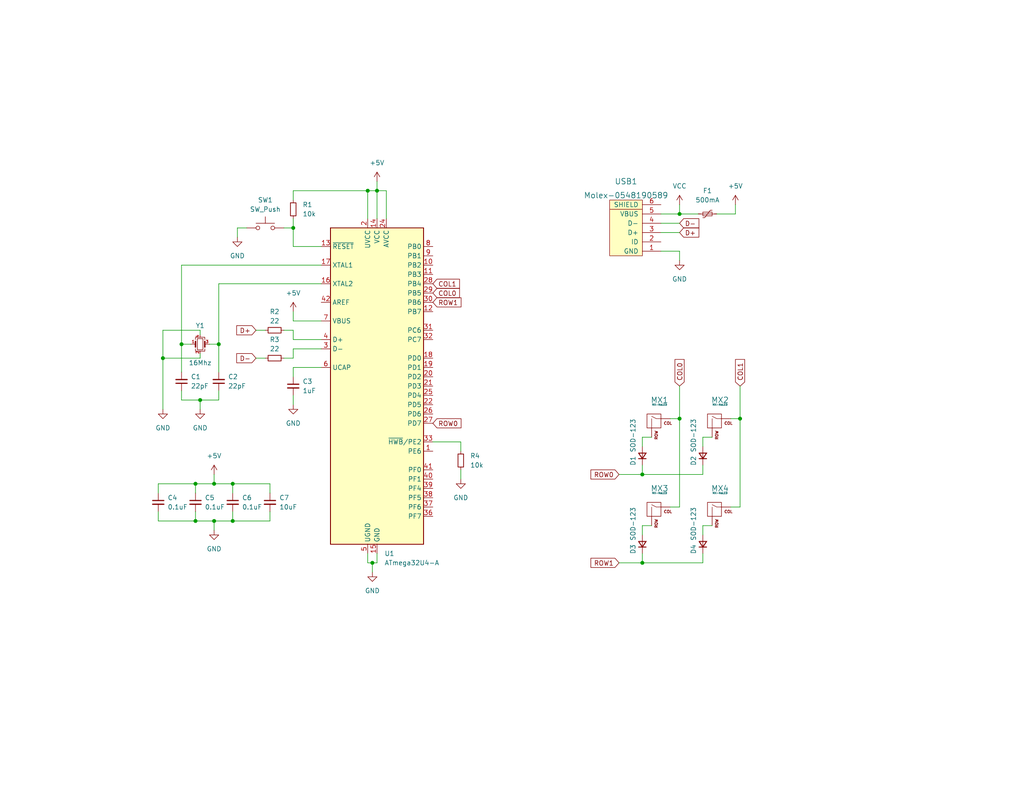
<source format=kicad_sch>
(kicad_sch (version 20211123) (generator eeschema)
  (paper "USLetter")
  (title_block (title "ai03 PCB Design Guide Project") (date "2022-12-17") (rev "A") (company "Jeffrey Florek"))
  (lib_symbols
    (symbol "Device:C_Small" (pin_numbers hide) (pin_names (offset 0.254) hide)
      (property "Reference" "C" (at 0.254 1.778 0))
      (property "Value" "C_Small" (at 0.254 -2.032 0))
      (symbol "C_Small_0_1"
        (polyline (pts (xy -1.524 -0.508) (xy 1.524 -0.508)) (stroke (width 0.3302)))
        (polyline (pts (xy -1.524 0.508) (xy 1.524 0.508)) (stroke (width 0.3048)))
      )
      (symbol "C_Small_1_1"
        (pin passive line (at 0 2.54 270) (length 2.032) (name "~") (number "1"))
        (pin passive line (at 0 -2.54 90) (length 2.032) (name "~") (number "2"))
      )
    )
    (symbol "Device:Crystal_GND24_Small" (pin_names (offset 1.016) hide)
      (property "Reference" "Y" (at 1.27 4.445 0))
      (property "Value" "Crystal_GND24_Small" (at 1.27 2.54 0))
      (symbol "Crystal_GND24_Small_0_1"
        (rectangle (start -0.762 -1.524) (end 0.762 1.524))
        (polyline (pts (xy -1.27 -0.762) (xy -1.27 0.762)) (stroke (width 0.381)))
        (polyline (pts (xy 1.27 -0.762) (xy 1.27 0.762)) (stroke (width 0.381)))
        (polyline (pts (xy -1.27 -1.27) (xy -1.27 -1.905) (xy 1.27 -1.905) (xy 1.27 -1.27)))
        (polyline (pts (xy -1.27 1.27) (xy -1.27 1.905) (xy 1.27 1.905) (xy 1.27 1.27)))
      )
      (symbol "Crystal_GND24_Small_1_1"
        (pin passive line (at -2.54 0 0) (length 1.27) (name "1") (number "1"))
        (pin passive line (at 0 -2.54 90) (length 0.635) (name "2") (number "2"))
        (pin passive line (at 2.54 0 180) (length 1.27) (name "3") (number "3"))
        (pin passive line (at 0 2.54 270) (length 0.635) (name "4") (number "4"))
      )
    )
    (symbol "Device:D_Small" (pin_numbers hide) (pin_names (offset 0.254) hide)
      (property "Reference" "D" (at -1.27 2.032 0))
      (property "Value" "D_Small" (at -3.81 -2.032 0))
      (symbol "D_Small_0_1"
        (polyline (pts (xy -0.762 -1.016) (xy -0.762 1.016)) (stroke (width 0.254)))
        (polyline (pts (xy -0.762 0) (xy 0.762 0)))
        (polyline (pts (xy 0.762 -1.016) (xy -0.762 0) (xy 0.762 1.016) (xy 0.762 -1.016)) (stroke (width 0.254)))
      )
      (symbol "D_Small_1_1"
        (pin passive line (at -2.54 0 0) (length 1.778) (name "K") (number "1"))
        (pin passive line (at 2.54 0 180) (length 1.778) (name "A") (number "2"))
      )
    )
    (symbol "Device:Polyfuse_Small" (pin_numbers hide) (pin_names (offset 0))
      (property "Reference" "F" (at -1.905 0 90))
      (property "Value" "Polyfuse_Small" (at 1.905 0 90))
      (symbol "Polyfuse_Small_0_1"
        (rectangle (start -0.508 1.27) (end 0.508 -1.27))
        (polyline (pts (xy 0 2.54) (xy 0 -2.54)))
        (polyline (pts (xy -1.016 1.27) (xy -1.016 0.762) (xy 1.016 -0.762) (xy 1.016 -1.27)))
      )
      (symbol "Polyfuse_Small_1_1"
        (pin passive line (at 0 2.54 270) (length 0.635) (name "~") (number "1"))
        (pin passive line (at 0 -2.54 90) (length 0.635) (name "~") (number "2"))
      )
    )
    (symbol "Device:R_Small" (pin_numbers hide) (pin_names (offset 0.254) hide)
      (property "Reference" "R" (at 0.762 0.508 0))
      (property "Value" "R_Small" (at 0.762 -1.016 0))
      (symbol "R_Small_0_1"
        (rectangle (start -0.762 1.778) (end 0.762 -1.778) (stroke (width 0.2032)))
      )
      (symbol "R_Small_1_1"
        (pin passive line (at 0 2.54 270) (length 0.762) (name "~") (number "1"))
        (pin passive line (at 0 -2.54 90) (length 0.762) (name "~") (number "2"))
      )
    )
    (symbol "MCU_Microchip_ATmega:ATmega32U4-A"
      (property "Reference" "U" (at -12.7 44.45 0))
      (property "Value" "ATmega32U4-A" (at 2.54 -44.45 0))
      (symbol "ATmega32U4-A_0_1"
        (rectangle (start -12.7 -43.18) (end 12.7 43.18) (stroke (width 0.254)) (fill (type background)))
      )
      (symbol "ATmega32U4-A_1_1"
        (pin bidirectional line (at 15.24 -17.78 180) (length 2.54) (name "PE6") (number "1"))
        (pin bidirectional line (at 15.24 33.02 180) (length 2.54) (name "PB2") (number "10"))
        (pin bidirectional line (at 15.24 30.48 180) (length 2.54) (name "PB3") (number "11"))
        (pin bidirectional line (at 15.24 20.32 180) (length 2.54) (name "PB7") (number "12"))
        (pin input line (at -15.24 38.1 0) (length 2.54) (name "~{RESET}") (number "13"))
        (pin power_in line (at 0 45.72 270) (length 2.54) (name "VCC") (number "14"))
        (pin power_in line (at 0 -45.72 90) (length 2.54) (name "GND") (number "15"))
        (pin output line (at -15.24 27.94 0) (length 2.54) (name "XTAL2") (number "16"))
        (pin input line (at -15.24 33.02 0) (length 2.54) (name "XTAL1") (number "17"))
        (pin bidirectional line (at 15.24 7.62 180) (length 2.54) (name "PD0") (number "18"))
        (pin bidirectional line (at 15.24 5.08 180) (length 2.54) (name "PD1") (number "19"))
        (pin power_in line (at -2.54 45.72 270) (length 2.54) (name "UVCC") (number "2"))
        (pin bidirectional line (at 15.24 2.54 180) (length 2.54) (name "PD2") (number "20"))
        (pin bidirectional line (at 15.24 0 180) (length 2.54) (name "PD3") (number "21"))
        (pin bidirectional line (at 15.24 -5.08 180) (length 2.54) (name "PD5") (number "22"))
        (pin passive line (at 0 -45.72 90) (length 2.54) hide (name "GND") (number "23"))
        (pin power_in line (at 2.54 45.72 270) (length 2.54) (name "AVCC") (number "24"))
        (pin bidirectional line (at 15.24 -2.54 180) (length 2.54) (name "PD4") (number "25"))
        (pin bidirectional line (at 15.24 -7.62 180) (length 2.54) (name "PD6") (number "26"))
        (pin bidirectional line (at 15.24 -10.16 180) (length 2.54) (name "PD7") (number "27"))
        (pin bidirectional line (at 15.24 27.94 180) (length 2.54) (name "PB4") (number "28"))
        (pin bidirectional line (at 15.24 25.4 180) (length 2.54) (name "PB5") (number "29"))
        (pin bidirectional line (at -15.24 10.16 0) (length 2.54) (name "D-") (number "3"))
        (pin bidirectional line (at 15.24 22.86 180) (length 2.54) (name "PB6") (number "30"))
        (pin bidirectional line (at 15.24 15.24 180) (length 2.54) (name "PC6") (number "31"))
        (pin bidirectional line (at 15.24 12.7 180) (length 2.54) (name "PC7") (number "32"))
        (pin bidirectional line (at 15.24 -15.24 180) (length 2.54) (name "~{HWB}/PE2") (number "33"))
        (pin passive line (at 0 45.72 270) (length 2.54) hide (name "VCC") (number "34"))
        (pin passive line (at 0 -45.72 90) (length 2.54) hide (name "GND") (number "35"))
        (pin bidirectional line (at 15.24 -35.56 180) (length 2.54) (name "PF7") (number "36"))
        (pin bidirectional line (at 15.24 -33.02 180) (length 2.54) (name "PF6") (number "37"))
        (pin bidirectional line (at 15.24 -30.48 180) (length 2.54) (name "PF5") (number "38"))
        (pin bidirectional line (at 15.24 -27.94 180) (length 2.54) (name "PF4") (number "39"))
        (pin bidirectional line (at -15.24 12.7 0) (length 2.54) (name "D+") (number "4"))
        (pin bidirectional line (at 15.24 -25.4 180) (length 2.54) (name "PF1") (number "40"))
        (pin bidirectional line (at 15.24 -22.86 180) (length 2.54) (name "PF0") (number "41"))
        (pin passive line (at -15.24 22.86 0) (length 2.54) (name "AREF") (number "42"))
        (pin passive line (at 0 -45.72 90) (length 2.54) hide (name "GND") (number "43"))
        (pin passive line (at 2.54 45.72 270) (length 2.54) hide (name "AVCC") (number "44"))
        (pin passive line (at -2.54 -45.72 90) (length 2.54) (name "UGND") (number "5"))
        (pin passive line (at -15.24 5.08 0) (length 2.54) (name "UCAP") (number "6"))
        (pin input line (at -15.24 17.78 0) (length 2.54) (name "VBUS") (number "7"))
        (pin bidirectional line (at 15.24 38.1 180) (length 2.54) (name "PB0") (number "8"))
        (pin bidirectional line (at 15.24 35.56 180) (length 2.54) (name "PB1") (number "9"))
      )
    )
    (symbol "MX_Alps_Hybrid:MX-NoLED" (pin_names (offset 1.016))
      (property "Reference" "MX" (at -0.635 3.81 0))
      (property "Value" "MX-NoLED" (at -0.635 1.27 0))
      (symbol "MX-NoLED_0_0"
        (rectangle (start -2.54 2.54) (end 1.27 -1.27))
        (polyline (pts (xy -1.27 -1.27) (xy -1.27 1.27)) (stroke (width 0.127)))
        (polyline (pts (xy 1.27 1.27) (xy 0 1.27) (xy -1.27 1.905)) (stroke (width 0.127)))
        (text "COL" (at 3.175 0 0) (effects (font (size 0.762 0.762))))
        (text "ROW" (at 0 -1.905 900) (effects (font (size 0.762 0.762)) (justify right)))
      )
      (symbol "MX-NoLED_1_1"
        (pin passive line (at 3.81 1.27 180) (length 2.54) (name "COL") (number "1"))
        (pin passive line (at -1.27 -3.81 90) (length 2.54) (name "ROW") (number "2"))
      )
    )
    (symbol "Switch:SW_Push" (pin_numbers hide) (pin_names (offset 1.016) hide)
      (property "Reference" "SW" (at 1.27 2.54 0))
      (property "Value" "SW_Push" (at 0 -1.524 0))
      (symbol "SW_Push_0_1"
        (circle (center -2.032 0) (radius 0.508))
        (polyline (pts (xy 0 1.27) (xy 0 3.048)))
        (polyline (pts (xy 2.54 1.27) (xy -2.54 1.27)))
        (circle (center 2.032 0) (radius 0.508))
        (pin passive line (at -5.08 0 0) (length 2.54) (name "1") (number "1"))
        (pin passive line (at 5.08 0 180) (length 2.54) (name "2") (number "2"))
      )
    )
    (symbol "power:+5V" (power) (pin_names (offset 0))
      (property "Value" "+5V" (at 0 3.556 0))
      (symbol "+5V_0_1"
        (polyline (pts (xy -0.762 1.27) (xy 0 2.54)))
        (polyline (pts (xy 0 0) (xy 0 2.54)))
        (polyline (pts (xy 0 2.54) (xy 0.762 1.27)))
      )
      (symbol "+5V_1_1"
        (pin power_in line (at 0 0 90) (length 0) hide (name "+5V") (number "1"))
      )
    )
    (symbol "power:GND" (power) (pin_names (offset 0))
      (property "Value" "GND" (at 0 -3.81 0))
      (symbol "GND_0_1"
        (polyline (pts (xy 0 0) (xy 0 -1.27) (xy 1.27 -1.27) (xy 0 -2.54) (xy -1.27 -1.27) (xy 0 -1.27)))
      )
      (symbol "GND_1_1"
        (pin power_in line (at 0 0 270) (length 0) hide (name "GND") (number "1"))
      )
    )
    (symbol "power:VCC" (power) (pin_names (offset 0))
      (property "Value" "VCC" (at 0 3.81 0))
      (symbol "VCC_0_1"
        (polyline (pts (xy -0.762 1.27) (xy 0 2.54)))
        (polyline (pts (xy 0 0) (xy 0 2.54)))
        (polyline (pts (xy 0 2.54) (xy 0.762 1.27)))
      )
      (symbol "VCC_1_1"
        (pin power_in line (at 0 0 90) (length 0) hide (name "VCC") (number "1"))
      )
    )
    (symbol "random-keyboard-parts:Molex-0548190589" (pin_names (offset 1.016))
      (property "Reference" "USB" (at 0 7.62 0))
      (property "Value" "Molex-0548190589" (at 0 10.16 0))
      (symbol "Molex-0548190589_0_0"
        (polyline (pts (xy 6.35 -2.54) (xy 6.35 6.35)))
        (rectangle (start 8.89 -2.54) (end -6.35 6.35) (fill (type background)))
      )
      (symbol "Molex-0548190589_1_1"
        (pin input line (at -5.08 -7.62 90) (length 5.08) (name "GND") (number "1"))
        (pin input line (at -2.54 -7.62 90) (length 5.08) (name "ID") (number "2"))
        (pin input line (at 0 -7.62 90) (length 5.08) (name "D+") (number "3"))
        (pin input line (at 2.54 -7.62 90) (length 5.08) (name "D-") (number "4"))
        (pin input line (at 5.08 -7.62 90) (length 5.08) (name "VBUS") (number "5"))
        (pin input line (at 7.62 -7.62 90) (length 5.08) (name "SHIELD") (number "6"))
      )
    )
  )
  (junction (at 63.5 142.24))
  (junction (at 185.42 114.3))
  (junction (at 54.61 109.22))
  (junction (at 49.53 93.98))
  (junction (at 100.33 52.07))
  (junction (at 63.5 132.08))
  (junction (at 101.6 153.67))
  (junction (at 58.42 142.24))
  (junction (at 53.34 132.08))
  (junction (at 185.42 58.42))
  (junction (at 80.01 62.23))
  (junction (at 175.26 129.54))
  (junction (at 58.42 132.08))
  (junction (at 175.26 153.67))
  (junction (at 53.34 142.24))
  (junction (at 44.45 97.79))
  (junction (at 201.93 114.3))
  (junction (at 102.87 52.07))
  (junction (at 59.69 93.98))
  (wire (pts (xy 43.18 132.08) (xy 43.18 134.62)))
  (wire (pts (xy 175.26 151.13) (xy 175.26 153.67)))
  (wire (pts (xy 175.26 129.54) (xy 191.77 129.54)))
  (wire (pts (xy 180.34 68.58) (xy 185.42 68.58)))
  (wire (pts (xy 54.61 97.79) (xy 44.45 97.79)))
  (wire (pts (xy 168.91 153.67) (xy 175.26 153.67)))
  (wire (pts (xy 73.66 134.62) (xy 73.66 132.08)))
  (wire (pts (xy 102.87 52.07) (xy 102.87 59.69)))
  (wire (pts (xy 201.93 138.43) (xy 201.93 114.3)))
  (wire (pts (xy 53.34 139.7) (xy 53.34 142.24)))
  (wire (pts (xy 67.31 62.23) (xy 64.77 62.23)))
  (wire (pts (xy 200.66 58.42) (xy 200.66 55.88)))
  (wire (pts (xy 58.42 142.24) (xy 58.42 144.78)))
  (wire (pts (xy 69.85 97.79) (xy 72.39 97.79)))
  (wire (pts (xy 63.5 142.24) (xy 73.66 142.24)))
  (wire (pts (xy 177.8 119.38) (xy 175.26 119.38)))
  (wire (pts (xy 100.33 151.13) (xy 100.33 153.67)))
  (wire (pts (xy 100.33 52.07) (xy 102.87 52.07)))
  (wire (pts (xy 105.41 59.69) (xy 105.41 52.07)))
  (wire (pts (xy 102.87 52.07) (xy 105.41 52.07)))
  (wire (pts (xy 125.73 120.65) (xy 118.11 120.65)))
  (wire (pts (xy 185.42 105.41) (xy 185.42 114.3)))
  (wire (pts (xy 185.42 138.43) (xy 185.42 114.3)))
  (wire (pts (xy 125.73 128.27) (xy 125.73 130.81)))
  (wire (pts (xy 199.39 138.43) (xy 201.93 138.43)))
  (wire (pts (xy 54.61 90.17) (xy 44.45 90.17)))
  (wire (pts (xy 49.53 93.98) (xy 52.07 93.98)))
  (wire (pts (xy 87.63 92.71) (xy 80.01 92.71)))
  (wire (pts (xy 69.85 90.17) (xy 72.39 90.17)))
  (wire (pts (xy 175.26 119.38) (xy 175.26 121.92)))
  (wire (pts (xy 177.8 143.51) (xy 175.26 143.51)))
  (wire (pts (xy 49.53 93.98) (xy 49.53 101.6)))
  (wire (pts (xy 191.77 127) (xy 191.77 129.54)))
  (wire (pts (xy 54.61 109.22) (xy 49.53 109.22)))
  (wire (pts (xy 77.47 62.23) (xy 80.01 62.23)))
  (wire (pts (xy 80.01 100.33) (xy 87.63 100.33)))
  (wire (pts (xy 100.33 52.07) (xy 100.33 59.69)))
  (wire (pts (xy 80.01 95.25) (xy 80.01 97.79)))
  (wire (pts (xy 80.01 85.09) (xy 80.01 87.63)))
  (wire (pts (xy 73.66 139.7) (xy 73.66 142.24)))
  (wire (pts (xy 80.01 67.31) (xy 87.63 67.31)))
  (wire (pts (xy 80.01 90.17) (xy 80.01 92.71)))
  (wire (pts (xy 191.77 119.38) (xy 191.77 121.92)))
  (wire (pts (xy 80.01 67.31) (xy 80.01 62.23)))
  (wire (pts (xy 87.63 95.25) (xy 80.01 95.25)))
  (wire (pts (xy 54.61 111.76) (xy 54.61 109.22)))
  (wire (pts (xy 185.42 68.58) (xy 185.42 71.12)))
  (wire (pts (xy 53.34 132.08) (xy 58.42 132.08)))
  (wire (pts (xy 194.31 119.38) (xy 191.77 119.38)))
  (wire (pts (xy 80.01 52.07) (xy 80.01 54.61)))
  (wire (pts (xy 180.34 58.42) (xy 185.42 58.42)))
  (wire (pts (xy 63.5 139.7) (xy 63.5 142.24)))
  (wire (pts (xy 102.87 153.67) (xy 101.6 153.67)))
  (wire (pts (xy 59.69 77.47) (xy 87.63 77.47)))
  (wire (pts (xy 201.93 114.3) (xy 199.39 114.3)))
  (wire (pts (xy 58.42 132.08) (xy 63.5 132.08)))
  (wire (pts (xy 185.42 58.42) (xy 190.5 58.42)))
  (wire (pts (xy 59.69 101.6) (xy 59.69 93.98)))
  (wire (pts (xy 195.58 58.42) (xy 200.66 58.42)))
  (wire (pts (xy 64.77 62.23) (xy 64.77 64.77)))
  (wire (pts (xy 54.61 91.44) (xy 54.61 90.17)))
  (wire (pts (xy 180.34 60.96) (xy 185.42 60.96)))
  (wire (pts (xy 59.69 93.98) (xy 59.69 77.47)))
  (wire (pts (xy 59.69 109.22) (xy 59.69 106.68)))
  (wire (pts (xy 53.34 142.24) (xy 58.42 142.24)))
  (wire (pts (xy 180.34 63.5) (xy 185.42 63.5)))
  (wire (pts (xy 194.31 143.51) (xy 191.77 143.51)))
  (wire (pts (xy 185.42 114.3) (xy 182.88 114.3)))
  (wire (pts (xy 57.15 93.98) (xy 59.69 93.98)))
  (wire (pts (xy 191.77 151.13) (xy 191.77 153.67)))
  (wire (pts (xy 191.77 143.51) (xy 191.77 146.05)))
  (wire (pts (xy 58.42 142.24) (xy 63.5 142.24)))
  (wire (pts (xy 175.26 143.51) (xy 175.26 146.05)))
  (wire (pts (xy 80.01 107.95) (xy 80.01 110.49)))
  (wire (pts (xy 43.18 132.08) (xy 53.34 132.08)))
  (wire (pts (xy 80.01 62.23) (xy 80.01 59.69)))
  (wire (pts (xy 80.01 102.87) (xy 80.01 100.33)))
  (wire (pts (xy 175.26 127) (xy 175.26 129.54)))
  (wire (pts (xy 43.18 142.24) (xy 53.34 142.24)))
  (wire (pts (xy 43.18 139.7) (xy 43.18 142.24)))
  (wire (pts (xy 58.42 129.54) (xy 58.42 132.08)))
  (wire (pts (xy 125.73 123.19) (xy 125.73 120.65)))
  (wire (pts (xy 63.5 134.62) (xy 63.5 132.08)))
  (wire (pts (xy 44.45 97.79) (xy 44.45 111.76)))
  (wire (pts (xy 49.53 72.39) (xy 49.53 93.98)))
  (wire (pts (xy 53.34 134.62) (xy 53.34 132.08)))
  (wire (pts (xy 87.63 87.63) (xy 80.01 87.63)))
  (wire (pts (xy 54.61 96.52) (xy 54.61 97.79)))
  (wire (pts (xy 102.87 49.53) (xy 102.87 52.07)))
  (wire (pts (xy 54.61 109.22) (xy 59.69 109.22)))
  (wire (pts (xy 101.6 153.67) (xy 100.33 153.67)))
  (wire (pts (xy 49.53 109.22) (xy 49.53 106.68)))
  (wire (pts (xy 80.01 97.79) (xy 77.47 97.79)))
  (wire (pts (xy 182.88 138.43) (xy 185.42 138.43)))
  (wire (pts (xy 44.45 90.17) (xy 44.45 97.79)))
  (wire (pts (xy 102.87 151.13) (xy 102.87 153.67)))
  (wire (pts (xy 63.5 132.08) (xy 73.66 132.08)))
  (wire (pts (xy 80.01 90.17) (xy 77.47 90.17)))
  (wire (pts (xy 175.26 153.67) (xy 191.77 153.67)))
  (wire (pts (xy 185.42 58.42) (xy 185.42 55.88)))
  (wire (pts (xy 87.63 72.39) (xy 49.53 72.39)))
  (wire (pts (xy 80.01 52.07) (xy 100.33 52.07)))
  (wire (pts (xy 201.93 105.41) (xy 201.93 114.3)))
  (wire (pts (xy 101.6 153.67) (xy 101.6 156.21)))
  (wire (pts (xy 168.91 129.54) (xy 175.26 129.54)))
  (global_label "D-" (shape input) (at 69.85 97.79 180) (property "Intersheet References" "${INTERSHEET_REFS}" (effects hide)))
  (global_label "COL1" (shape input) (at 118.11 77.47 0) (property "Intersheet References" "${INTERSHEET_REFS}" (effects hide)))
  (global_label "D+" (shape input) (at 185.42 63.5 0) (property "Intersheet References" "${INTERSHEET_REFS}" (effects hide)))
  (global_label "D+" (shape input) (at 69.85 90.17 180) (property "Intersheet References" "${INTERSHEET_REFS}" (effects hide)))
  (global_label "ROW0" (shape input) (at 168.91 129.54 180) (property "Intersheet References" "${INTERSHEET_REFS}" (effects hide)))
  (global_label "COL1" (shape input) (at 201.93 105.41 90) (property "Intersheet References" "${INTERSHEET_REFS}" (effects hide)))
  (global_label "ROW0" (shape input) (at 118.11 115.57 0) (property "Intersheet References" "${INTERSHEET_REFS}" (effects hide)))
  (global_label "COL0" (shape input) (at 118.11 80.01 0) (property "Intersheet References" "${INTERSHEET_REFS}" (effects hide)))
  (global_label "ROW1" (shape input) (at 118.11 82.55 0) (property "Intersheet References" "${INTERSHEET_REFS}" (effects hide)))
  (global_label "D-" (shape input) (at 185.42 60.96 0) (property "Intersheet References" "${INTERSHEET_REFS}" (effects hide)))
  (global_label "COL0" (shape input) (at 185.42 105.41 90) (property "Intersheet References" "${INTERSHEET_REFS}" (effects hide)))
  (global_label "ROW1" (shape input) (at 168.91 153.67 180) (property "Intersheet References" "${INTERSHEET_REFS}" (effects hide)))
  (symbol (lib_id "power:+5V") (at 200.66 55.88 0) (unit 1)
    (property "Reference" "#PWR0107" (effects hide))
    (property "Value" "+5V" (at 200.66 50.8 0))
  )
  (symbol (lib_id "Device:D_Small") (at 191.77 124.46 90) (unit 1)
    (property "Reference" "D2" (at 189.23 124.46 0) (effects (justify right)))
    (property "Value" "SOD-123" (at 189.23 114.3 0) (effects (justify right)))
    (property "Footprint" "Diode_SMD:D_SOD-123" (effects hide))
  )
  (symbol (lib_id "power:GND") (at 54.61 111.76 0) (unit 1)
    (property "Reference" "#PWR0112" (effects hide))
    (property "Value" "GND" (at 54.61 116.84 0))
  )
  (symbol (lib_id "power:GND") (at 101.6 156.21 0) (unit 1)
    (property "Reference" "#PWR0101" (effects hide))
    (property "Value" "GND" (at 101.6 161.29 0))
  )
  (symbol (lib_id "Device:Crystal_GND24_Small") (at 54.61 93.98 0) (unit 1)
    (property "Reference" "Y1" (at 54.61 88.9 0))
    (property "Value" "16Mhz" (at 54.61 99.06 0))
    (property "Footprint" "Crystal:Crystal_SMD_3225-4Pin_3.2x2.5mm" (effects hide))
  )
  (symbol (lib_id "power:+5V") (at 102.87 49.53 0) (unit 1)
    (property "Reference" "#PWR0105" (effects hide))
    (property "Value" "+5V" (at 102.87 44.45 0))
  )
  (symbol (lib_id "Device:C_Small") (at 80.01 105.41 0) (unit 1)
    (property "Reference" "C3" (at 82.55 104.1462 0) (effects (justify left)))
    (property "Value" "1uF" (at 82.55 106.6862 0) (effects (justify left)))
    (property "Footprint" "Capacitor_SMD:C_0805_2012Metric" (effects hide))
  )
  (symbol (lib_id "power:GND") (at 80.01 110.49 0) (unit 1)
    (property "Reference" "#PWR0102" (effects hide))
    (property "Value" "GND" (at 80.01 115.57 0))
  )
  (symbol (lib_id "power:GND") (at 185.42 71.12 0) (unit 1)
    (property "Reference" "#PWR0109" (effects hide))
    (property "Value" "GND" (at 185.42 76.2 0))
  )
  (symbol (lib_id "power:+5V") (at 58.42 129.54 0) (unit 1)
    (property "Reference" "#PWR0111" (effects hide))
    (property "Value" "+5V" (at 58.42 124.46 0))
  )
  (symbol (lib_id "Device:D_Small") (at 175.26 124.46 90) (unit 1)
    (property "Reference" "D1" (at 172.72 124.46 0) (effects (justify right)))
    (property "Value" "SOD-123" (at 172.72 114.3 0) (effects (justify right)))
    (property "Footprint" "Diode_SMD:D_SOD-123" (effects hide))
  )
  (symbol (lib_id "Device:D_Small") (at 191.77 148.59 90) (unit 1)
    (property "Reference" "D4" (at 189.23 148.59 0) (effects (justify right)))
    (property "Value" "SOD-123" (at 189.23 138.43 0) (effects (justify right)))
    (property "Footprint" "Diode_SMD:D_SOD-123" (effects hide))
  )
  (symbol (lib_id "Device:C_Small") (at 53.34 137.16 0) (unit 1)
    (property "Reference" "C5" (at 55.88 135.8962 0) (effects (justify left)))
    (property "Value" "0.1uF" (at 55.88 138.4362 0) (effects (justify left)))
    (property "Footprint" "Capacitor_SMD:C_0805_2012Metric" (effects hide))
  )
  (symbol (lib_id "power:GND") (at 44.45 111.76 0) (unit 1)
    (property "Reference" "#PWR0113" (effects hide))
    (property "Value" "GND" (at 44.45 116.84 0))
  )
  (symbol (lib_id "Device:C_Small") (at 43.18 137.16 0) (unit 1)
    (property "Reference" "C4" (at 45.72 135.8962 0) (effects (justify left)))
    (property "Value" "0.1uF" (at 45.72 138.4362 0) (effects (justify left)))
    (property "Footprint" "Capacitor_SMD:C_0805_2012Metric" (effects hide))
  )
  (symbol (lib_id "Device:D_Small") (at 175.26 148.59 90) (unit 1)
    (property "Reference" "D3" (at 172.72 148.59 0) (effects (justify right)))
    (property "Value" "SOD-123" (at 172.72 138.43 0) (effects (justify right)))
    (property "Footprint" "Diode_SMD:D_SOD-123" (effects hide))
  )
  (symbol (lib_id "Device:R_Small") (at 125.73 125.73 180) (unit 1)
    (property "Reference" "R4" (at 128.27 124.4599 0) (effects (justify right)))
    (property "Value" "10k" (at 128.27 126.9999 0) (effects (justify right)))
    (property "Footprint" "Resistor_SMD:R_0805_2012Metric" (effects hide))
  )
  (symbol (lib_id "random-keyboard-parts:Molex-0548190589") (at 172.72 63.5 90) (unit 1)
    (property "Reference" "USB1" (at 170.815 49.53 90) (effects (font (size 1.524 1.524))))
    (property "Value" "Molex-0548190589" (at 170.815 53.34 90) (effects (font (size 1.524 1.524))))
    (property "Footprint" "random-keyboard-parts:Molex-0548190589" (effects hide))
  )
  (symbol (lib_id "Switch:SW_Push") (at 72.39 62.23 0) (unit 1)
    (property "Reference" "SW1" (at 72.39 54.61 0))
    (property "Value" "SW_Push" (at 72.39 57.15 0))
    (property "Footprint" "random-keyboard-parts:SKQG-1155865" (effects hide))
  )
  (symbol (lib_id "Device:R_Small") (at 80.01 57.15 0) (unit 1)
    (property "Reference" "R1" (at 82.55 55.8799 0) (effects (justify left)))
    (property "Value" "10k" (at 82.55 58.4199 0) (effects (justify left)))
    (property "Footprint" "Resistor_SMD:R_0805_2012Metric" (effects hide))
  )
  (symbol (lib_id "MX_Alps_Hybrid:MX-NoLED") (at 179.07 115.57 0) (unit 1)
    (property "Reference" "MX1" (at 179.9556 109.22 0) (effects (font (size 1.524 1.524))))
    (property "Value" "MX-NoLED" (at 179.9556 110.49 0) (effects (font (size 0.508 0.508))))
    (property "Footprint" "MX_Alps_Hybrid:MX-1U-NoLED" (effects hide))
  )
  (symbol (lib_id "power:+5V") (at 80.01 85.09 0) (unit 1)
    (property "Reference" "#PWR0104" (effects hide))
    (property "Value" "+5V" (at 80.01 80.01 0))
  )
  (symbol (lib_id "Device:C_Small") (at 73.66 137.16 0) (unit 1)
    (property "Reference" "C7" (at 76.2 135.8962 0) (effects (justify left)))
    (property "Value" "10uF" (at 76.2 138.4362 0) (effects (justify left)))
    (property "Footprint" "Capacitor_SMD:C_0805_2012Metric" (effects hide))
  )
  (symbol (lib_id "power:GND") (at 64.77 64.77 0) (unit 1)
    (property "Reference" "#PWR0106" (effects hide))
    (property "Value" "GND" (at 64.77 69.85 0))
  )
  (symbol (lib_id "Device:R_Small") (at 74.93 90.17 270) (unit 1)
    (property "Reference" "R2" (at 74.93 85.09 90))
    (property "Value" "22" (at 74.93 87.63 90))
    (property "Footprint" "Resistor_SMD:R_0805_2012Metric" (effects hide))
  )
  (symbol (lib_id "Device:C_Small") (at 63.5 137.16 0) (unit 1)
    (property "Reference" "C6" (at 66.04 135.8962 0) (effects (justify left)))
    (property "Value" "0.1uF" (at 66.04 138.4362 0) (effects (justify left)))
    (property "Footprint" "Capacitor_SMD:C_0805_2012Metric" (effects hide))
  )
  (symbol (lib_id "Device:C_Small") (at 59.69 104.14 180) (unit 1)
    (property "Reference" "C2" (at 62.23 102.8635 0) (effects (justify right)))
    (property "Value" "22pF" (at 62.23 105.4035 0) (effects (justify right)))
    (property "Footprint" "Capacitor_SMD:C_0805_2012Metric" (effects hide))
  )
  (symbol (lib_id "power:VCC") (at 185.42 55.88 0) (unit 1)
    (property "Reference" "#PWR0108" (effects hide))
    (property "Value" "VCC" (at 185.42 50.8 0))
  )
  (symbol (lib_id "Device:C_Small") (at 49.53 104.14 180) (unit 1)
    (property "Reference" "C1" (at 52.07 102.8635 0) (effects (justify right)))
    (property "Value" "22pF" (at 52.07 105.4035 0) (effects (justify right)))
    (property "Footprint" "Capacitor_SMD:C_0805_2012Metric" (effects hide))
  )
  (symbol (lib_id "power:GND") (at 125.73 130.81 0) (unit 1)
    (property "Reference" "#PWR0110" (effects hide))
    (property "Value" "GND" (at 125.73 135.89 0))
  )
  (symbol (lib_id "MX_Alps_Hybrid:MX-NoLED") (at 179.07 139.7 0) (unit 1)
    (property "Reference" "MX3" (at 179.9556 133.35 0) (effects (font (size 1.524 1.524))))
    (property "Value" "MX-NoLED" (at 179.9556 134.62 0) (effects (font (size 0.508 0.508))))
    (property "Footprint" "MX_Alps_Hybrid:MX-1U-NoLED" (effects hide))
  )
  (symbol (lib_id "MCU_Microchip_ATmega:ATmega32U4-A") (at 102.87 105.41 0) (unit 1)
    (property "Reference" "U1" (at 104.8894 151.13 0) (effects (justify left)))
    (property "Value" "ATmega32U4-A" (at 104.8894 153.67 0) (effects (justify left)))
    (property "Footprint" "Package_QFP:TQFP-44_10x10mm_P0.8mm" (effects hide))
    (property "Datasheet" "http://ww1.microchip.com/downloads/en/DeviceDoc/Atmel-7766-8-bit-AVR-ATmega16U4-32U4_Datasheet.pdf" (effects hide))
  )
  (symbol (lib_id "power:GND") (at 58.42 144.78 0) (unit 1)
    (property "Reference" "#PWR0103" (effects hide))
    (property "Value" "GND" (at 58.42 149.86 0))
  )
  (symbol (lib_id "Device:R_Small") (at 74.93 97.79 90) (unit 1)
    (property "Reference" "R3" (at 74.93 92.71 90))
    (property "Value" "22" (at 74.93 95.25 90))
    (property "Footprint" "Resistor_SMD:R_0805_2012Metric" (effects hide))
  )
  (symbol (lib_id "MX_Alps_Hybrid:MX-NoLED") (at 195.58 115.57 0) (unit 1)
    (property "Reference" "MX2" (at 196.4656 109.22 0) (effects (font (size 1.524 1.524))))
    (property "Value" "MX-NoLED" (at 196.4656 110.49 0) (effects (font (size 0.508 0.508))))
    (property "Footprint" "MX_Alps_Hybrid:MX-1U-NoLED" (effects hide))
  )
  (symbol (lib_id "Device:Polyfuse_Small") (at 193.04 58.42 90) (unit 1)
    (property "Reference" "F1" (at 193.04 52.07 90))
    (property "Value" "500mA" (at 193.04 54.61 90))
    (property "Footprint" "Fuse:Fuse_1206_3216Metric" (effects hide))
  )
  (symbol (lib_id "MX_Alps_Hybrid:MX-NoLED") (at 195.58 139.7 0) (unit 1)
    (property "Reference" "MX4" (at 196.4656 133.35 0) (effects (font (size 1.524 1.524))))
    (property "Value" "MX-NoLED" (at 196.4656 134.62 0) (effects (font (size 0.508 0.508))))
    (property "Footprint" "MX_Alps_Hybrid:MX-1U-NoLED" (effects hide))
  )
)
</source>
